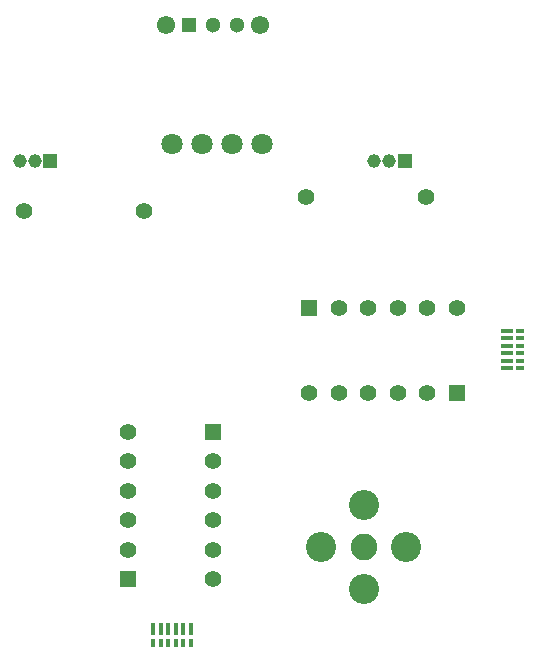
<source format=gbr>
%TF.GenerationSoftware,Altium Limited,Altium Designer,22.7.1 (60)*%
G04 Layer_Color=255*
%FSLAX45Y45*%
%MOMM*%
%TF.SameCoordinates,7EA997FE-DDDF-495E-A45D-074EEB3093BC*%
%TF.FilePolarity,Positive*%
%TF.FileFunction,Pads,Top*%
%TF.Part,Single*%
G01*
G75*
%TA.AperFunction,SMDPad,CuDef*%
%ADD11R,0.38100X0.76200*%
%ADD12R,0.38100X1.01600*%
%ADD13R,0.76200X0.38100*%
%ADD14R,1.01600X0.38100*%
%TA.AperFunction,ComponentPad*%
%ADD23C,1.40000*%
%ADD24C,1.80000*%
%ADD25C,1.55000*%
%ADD26C,1.30000*%
%ADD27R,1.30000X1.30000*%
%ADD28R,1.40000X1.40000*%
%ADD29R,1.40000X1.40000*%
%ADD30C,2.25000*%
%ADD31C,2.55000*%
%ADD32R,1.15000X1.15000*%
%ADD33C,1.15000*%
D11*
X4433833Y1144500D02*
D03*
X4497332D02*
D03*
X4560833Y1144499D02*
D03*
X4624333Y1144500D02*
D03*
X4687833D02*
D03*
X4751333D02*
D03*
D12*
X4433833Y1258800D02*
D03*
X4497333D02*
D03*
X4560833Y1258800D02*
D03*
X4624333Y1258800D02*
D03*
X4687832Y1258800D02*
D03*
X4751333Y1258800D02*
D03*
D13*
X7542301Y3468633D02*
D03*
X7542300Y3532133D02*
D03*
Y3595633D02*
D03*
X7542301Y3659133D02*
D03*
Y3722633D02*
D03*
Y3786132D02*
D03*
D14*
X7428000Y3468633D02*
D03*
Y3532133D02*
D03*
X7428000Y3595633D02*
D03*
X7428000Y3659133D02*
D03*
X7428000Y3722632D02*
D03*
X7428000Y3786133D02*
D03*
D23*
X5727700Y4914900D02*
D03*
X6743700D02*
D03*
X3340100Y4797949D02*
D03*
X4356100D02*
D03*
X4943691Y2680484D02*
D03*
Y2430484D02*
D03*
Y2180484D02*
D03*
Y1930484D02*
D03*
Y1680484D02*
D03*
X4221375Y1930485D02*
D03*
X4221376Y2180484D02*
D03*
Y2430484D02*
D03*
Y2680484D02*
D03*
Y2930484D02*
D03*
X6006316Y3978491D02*
D03*
X6256316D02*
D03*
X6506316D02*
D03*
X6756316Y3978490D02*
D03*
X7006316Y3978491D02*
D03*
X6756315Y3256175D02*
D03*
X6506316Y3256176D02*
D03*
X6256316Y3256175D02*
D03*
X6006316Y3256176D02*
D03*
X5756316Y3256176D02*
D03*
D24*
X4597400Y5364974D02*
D03*
X4851400Y5364974D02*
D03*
X5105400Y5364974D02*
D03*
X5359400D02*
D03*
D25*
X5340299Y6375401D02*
D03*
X4540300Y6375400D02*
D03*
D26*
X5140300Y6375400D02*
D03*
X4940300Y6375400D02*
D03*
D27*
X4740300D02*
D03*
D28*
X4943691Y2930484D02*
D03*
X4221376Y1680484D02*
D03*
D29*
X5756316Y3978491D02*
D03*
X7006316Y3256175D02*
D03*
D30*
X6216614Y1954349D02*
D03*
D31*
X5857403Y1954349D02*
D03*
X6216615Y1595138D02*
D03*
X6575826Y1954347D02*
D03*
X6216615Y2313559D02*
D03*
D32*
X3563379Y5223363D02*
D03*
X6563379D02*
D03*
D33*
X3433379Y5223363D02*
D03*
X3303379D02*
D03*
X6303380D02*
D03*
X6433379Y5223363D02*
D03*
%TF.MD5,3e6ec861c857cd23b8a8424750cdd3bb*%
M02*

</source>
